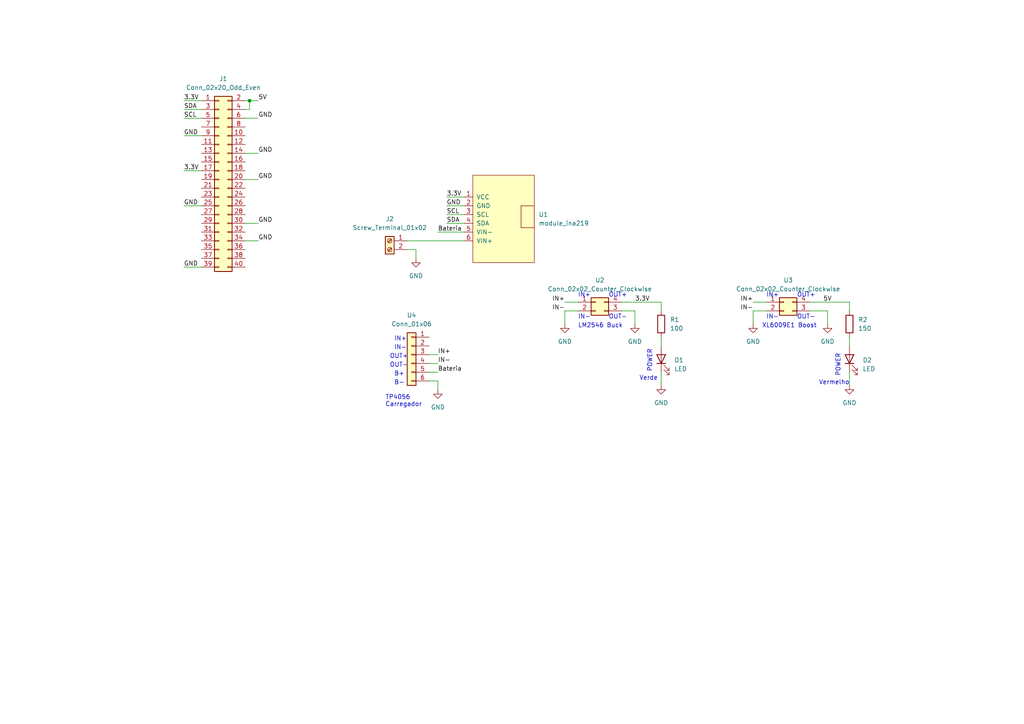
<source format=kicad_sch>
(kicad_sch (version 20211123) (generator eeschema)

  (uuid 32b327b9-1fc5-42cc-8471-5f95e37eebc9)

  (paper "A4")

  (lib_symbols
    (symbol "Connector:Screw_Terminal_01x02" (pin_names (offset 1.016) hide) (in_bom yes) (on_board yes)
      (property "Reference" "J" (id 0) (at 0 2.54 0)
        (effects (font (size 1.27 1.27)))
      )
      (property "Value" "Screw_Terminal_01x02" (id 1) (at 0 -5.08 0)
        (effects (font (size 1.27 1.27)))
      )
      (property "Footprint" "" (id 2) (at 0 0 0)
        (effects (font (size 1.27 1.27)) hide)
      )
      (property "Datasheet" "~" (id 3) (at 0 0 0)
        (effects (font (size 1.27 1.27)) hide)
      )
      (property "ki_keywords" "screw terminal" (id 4) (at 0 0 0)
        (effects (font (size 1.27 1.27)) hide)
      )
      (property "ki_description" "Generic screw terminal, single row, 01x02, script generated (kicad-library-utils/schlib/autogen/connector/)" (id 5) (at 0 0 0)
        (effects (font (size 1.27 1.27)) hide)
      )
      (property "ki_fp_filters" "TerminalBlock*:*" (id 6) (at 0 0 0)
        (effects (font (size 1.27 1.27)) hide)
      )
      (symbol "Screw_Terminal_01x02_1_1"
        (rectangle (start -1.27 1.27) (end 1.27 -3.81)
          (stroke (width 0.254) (type default) (color 0 0 0 0))
          (fill (type background))
        )
        (circle (center 0 -2.54) (radius 0.635)
          (stroke (width 0.1524) (type default) (color 0 0 0 0))
          (fill (type none))
        )
        (polyline
          (pts
            (xy -0.5334 -2.2098)
            (xy 0.3302 -3.048)
          )
          (stroke (width 0.1524) (type default) (color 0 0 0 0))
          (fill (type none))
        )
        (polyline
          (pts
            (xy -0.5334 0.3302)
            (xy 0.3302 -0.508)
          )
          (stroke (width 0.1524) (type default) (color 0 0 0 0))
          (fill (type none))
        )
        (polyline
          (pts
            (xy -0.3556 -2.032)
            (xy 0.508 -2.8702)
          )
          (stroke (width 0.1524) (type default) (color 0 0 0 0))
          (fill (type none))
        )
        (polyline
          (pts
            (xy -0.3556 0.508)
            (xy 0.508 -0.3302)
          )
          (stroke (width 0.1524) (type default) (color 0 0 0 0))
          (fill (type none))
        )
        (circle (center 0 0) (radius 0.635)
          (stroke (width 0.1524) (type default) (color 0 0 0 0))
          (fill (type none))
        )
        (pin passive line (at -5.08 0 0) (length 3.81)
          (name "Pin_1" (effects (font (size 1.27 1.27))))
          (number "1" (effects (font (size 1.27 1.27))))
        )
        (pin passive line (at -5.08 -2.54 0) (length 3.81)
          (name "Pin_2" (effects (font (size 1.27 1.27))))
          (number "2" (effects (font (size 1.27 1.27))))
        )
      )
    )
    (symbol "Connector_Generic:Conn_01x06" (pin_names (offset 1.016) hide) (in_bom yes) (on_board yes)
      (property "Reference" "J" (id 0) (at 0 7.62 0)
        (effects (font (size 1.27 1.27)))
      )
      (property "Value" "Conn_01x06" (id 1) (at 0 -10.16 0)
        (effects (font (size 1.27 1.27)))
      )
      (property "Footprint" "" (id 2) (at 0 0 0)
        (effects (font (size 1.27 1.27)) hide)
      )
      (property "Datasheet" "~" (id 3) (at 0 0 0)
        (effects (font (size 1.27 1.27)) hide)
      )
      (property "ki_keywords" "connector" (id 4) (at 0 0 0)
        (effects (font (size 1.27 1.27)) hide)
      )
      (property "ki_description" "Generic connector, single row, 01x06, script generated (kicad-library-utils/schlib/autogen/connector/)" (id 5) (at 0 0 0)
        (effects (font (size 1.27 1.27)) hide)
      )
      (property "ki_fp_filters" "Connector*:*_1x??_*" (id 6) (at 0 0 0)
        (effects (font (size 1.27 1.27)) hide)
      )
      (symbol "Conn_01x06_1_1"
        (rectangle (start -1.27 -7.493) (end 0 -7.747)
          (stroke (width 0.1524) (type default) (color 0 0 0 0))
          (fill (type none))
        )
        (rectangle (start -1.27 -4.953) (end 0 -5.207)
          (stroke (width 0.1524) (type default) (color 0 0 0 0))
          (fill (type none))
        )
        (rectangle (start -1.27 -2.413) (end 0 -2.667)
          (stroke (width 0.1524) (type default) (color 0 0 0 0))
          (fill (type none))
        )
        (rectangle (start -1.27 0.127) (end 0 -0.127)
          (stroke (width 0.1524) (type default) (color 0 0 0 0))
          (fill (type none))
        )
        (rectangle (start -1.27 2.667) (end 0 2.413)
          (stroke (width 0.1524) (type default) (color 0 0 0 0))
          (fill (type none))
        )
        (rectangle (start -1.27 5.207) (end 0 4.953)
          (stroke (width 0.1524) (type default) (color 0 0 0 0))
          (fill (type none))
        )
        (rectangle (start -1.27 6.35) (end 1.27 -8.89)
          (stroke (width 0.254) (type default) (color 0 0 0 0))
          (fill (type background))
        )
        (pin passive line (at -5.08 5.08 0) (length 3.81)
          (name "Pin_1" (effects (font (size 1.27 1.27))))
          (number "1" (effects (font (size 1.27 1.27))))
        )
        (pin passive line (at -5.08 2.54 0) (length 3.81)
          (name "Pin_2" (effects (font (size 1.27 1.27))))
          (number "2" (effects (font (size 1.27 1.27))))
        )
        (pin passive line (at -5.08 0 0) (length 3.81)
          (name "Pin_3" (effects (font (size 1.27 1.27))))
          (number "3" (effects (font (size 1.27 1.27))))
        )
        (pin passive line (at -5.08 -2.54 0) (length 3.81)
          (name "Pin_4" (effects (font (size 1.27 1.27))))
          (number "4" (effects (font (size 1.27 1.27))))
        )
        (pin passive line (at -5.08 -5.08 0) (length 3.81)
          (name "Pin_5" (effects (font (size 1.27 1.27))))
          (number "5" (effects (font (size 1.27 1.27))))
        )
        (pin passive line (at -5.08 -7.62 0) (length 3.81)
          (name "Pin_6" (effects (font (size 1.27 1.27))))
          (number "6" (effects (font (size 1.27 1.27))))
        )
      )
    )
    (symbol "Connector_Generic:Conn_02x02_Counter_Clockwise" (pin_names (offset 1.016) hide) (in_bom yes) (on_board yes)
      (property "Reference" "J" (id 0) (at 1.27 2.54 0)
        (effects (font (size 1.27 1.27)))
      )
      (property "Value" "Conn_02x02_Counter_Clockwise" (id 1) (at 1.27 -5.08 0)
        (effects (font (size 1.27 1.27)))
      )
      (property "Footprint" "" (id 2) (at 0 0 0)
        (effects (font (size 1.27 1.27)) hide)
      )
      (property "Datasheet" "~" (id 3) (at 0 0 0)
        (effects (font (size 1.27 1.27)) hide)
      )
      (property "ki_keywords" "connector" (id 4) (at 0 0 0)
        (effects (font (size 1.27 1.27)) hide)
      )
      (property "ki_description" "Generic connector, double row, 02x02, counter clockwise pin numbering scheme (similar to DIP packge numbering), script generated (kicad-library-utils/schlib/autogen/connector/)" (id 5) (at 0 0 0)
        (effects (font (size 1.27 1.27)) hide)
      )
      (property "ki_fp_filters" "Connector*:*_2x??_*" (id 6) (at 0 0 0)
        (effects (font (size 1.27 1.27)) hide)
      )
      (symbol "Conn_02x02_Counter_Clockwise_1_1"
        (rectangle (start -1.27 -2.413) (end 0 -2.667)
          (stroke (width 0.1524) (type default) (color 0 0 0 0))
          (fill (type none))
        )
        (rectangle (start -1.27 0.127) (end 0 -0.127)
          (stroke (width 0.1524) (type default) (color 0 0 0 0))
          (fill (type none))
        )
        (rectangle (start -1.27 1.27) (end 3.81 -3.81)
          (stroke (width 0.254) (type default) (color 0 0 0 0))
          (fill (type background))
        )
        (rectangle (start 3.81 -2.413) (end 2.54 -2.667)
          (stroke (width 0.1524) (type default) (color 0 0 0 0))
          (fill (type none))
        )
        (rectangle (start 3.81 0.127) (end 2.54 -0.127)
          (stroke (width 0.1524) (type default) (color 0 0 0 0))
          (fill (type none))
        )
        (pin passive line (at -5.08 0 0) (length 3.81)
          (name "Pin_1" (effects (font (size 1.27 1.27))))
          (number "1" (effects (font (size 1.27 1.27))))
        )
        (pin passive line (at -5.08 -2.54 0) (length 3.81)
          (name "Pin_2" (effects (font (size 1.27 1.27))))
          (number "2" (effects (font (size 1.27 1.27))))
        )
        (pin passive line (at 7.62 -2.54 180) (length 3.81)
          (name "Pin_3" (effects (font (size 1.27 1.27))))
          (number "3" (effects (font (size 1.27 1.27))))
        )
        (pin passive line (at 7.62 0 180) (length 3.81)
          (name "Pin_4" (effects (font (size 1.27 1.27))))
          (number "4" (effects (font (size 1.27 1.27))))
        )
      )
    )
    (symbol "Connector_Generic:Conn_02x20_Odd_Even" (pin_names (offset 1.016) hide) (in_bom yes) (on_board yes)
      (property "Reference" "J" (id 0) (at 1.27 25.4 0)
        (effects (font (size 1.27 1.27)))
      )
      (property "Value" "Conn_02x20_Odd_Even" (id 1) (at 1.27 -27.94 0)
        (effects (font (size 1.27 1.27)))
      )
      (property "Footprint" "" (id 2) (at 0 0 0)
        (effects (font (size 1.27 1.27)) hide)
      )
      (property "Datasheet" "~" (id 3) (at 0 0 0)
        (effects (font (size 1.27 1.27)) hide)
      )
      (property "ki_keywords" "connector" (id 4) (at 0 0 0)
        (effects (font (size 1.27 1.27)) hide)
      )
      (property "ki_description" "Generic connector, double row, 02x20, odd/even pin numbering scheme (row 1 odd numbers, row 2 even numbers), script generated (kicad-library-utils/schlib/autogen/connector/)" (id 5) (at 0 0 0)
        (effects (font (size 1.27 1.27)) hide)
      )
      (property "ki_fp_filters" "Connector*:*_2x??_*" (id 6) (at 0 0 0)
        (effects (font (size 1.27 1.27)) hide)
      )
      (symbol "Conn_02x20_Odd_Even_1_1"
        (rectangle (start -1.27 -25.273) (end 0 -25.527)
          (stroke (width 0.1524) (type default) (color 0 0 0 0))
          (fill (type none))
        )
        (rectangle (start -1.27 -22.733) (end 0 -22.987)
          (stroke (width 0.1524) (type default) (color 0 0 0 0))
          (fill (type none))
        )
        (rectangle (start -1.27 -20.193) (end 0 -20.447)
          (stroke (width 0.1524) (type default) (color 0 0 0 0))
          (fill (type none))
        )
        (rectangle (start -1.27 -17.653) (end 0 -17.907)
          (stroke (width 0.1524) (type default) (color 0 0 0 0))
          (fill (type none))
        )
        (rectangle (start -1.27 -15.113) (end 0 -15.367)
          (stroke (width 0.1524) (type default) (color 0 0 0 0))
          (fill (type none))
        )
        (rectangle (start -1.27 -12.573) (end 0 -12.827)
          (stroke (width 0.1524) (type default) (color 0 0 0 0))
          (fill (type none))
        )
        (rectangle (start -1.27 -10.033) (end 0 -10.287)
          (stroke (width 0.1524) (type default) (color 0 0 0 0))
          (fill (type none))
        )
        (rectangle (start -1.27 -7.493) (end 0 -7.747)
          (stroke (width 0.1524) (type default) (color 0 0 0 0))
          (fill (type none))
        )
        (rectangle (start -1.27 -4.953) (end 0 -5.207)
          (stroke (width 0.1524) (type default) (color 0 0 0 0))
          (fill (type none))
        )
        (rectangle (start -1.27 -2.413) (end 0 -2.667)
          (stroke (width 0.1524) (type default) (color 0 0 0 0))
          (fill (type none))
        )
        (rectangle (start -1.27 0.127) (end 0 -0.127)
          (stroke (width 0.1524) (type default) (color 0 0 0 0))
          (fill (type none))
        )
        (rectangle (start -1.27 2.667) (end 0 2.413)
          (stroke (width 0.1524) (type default) (color 0 0 0 0))
          (fill (type none))
        )
        (rectangle (start -1.27 5.207) (end 0 4.953)
          (stroke (width 0.1524) (type default) (color 0 0 0 0))
          (fill (type none))
        )
        (rectangle (start -1.27 7.747) (end 0 7.493)
          (stroke (width 0.1524) (type default) (color 0 0 0 0))
          (fill (type none))
        )
        (rectangle (start -1.27 10.287) (end 0 10.033)
          (stroke (width 0.1524) (type default) (color 0 0 0 0))
          (fill (type none))
        )
        (rectangle (start -1.27 12.827) (end 0 12.573)
          (stroke (width 0.1524) (type default) (color 0 0 0 0))
          (fill (type none))
        )
        (rectangle (start -1.27 15.367) (end 0 15.113)
          (stroke (width 0.1524) (type default) (color 0 0 0 0))
          (fill (type none))
        )
        (rectangle (start -1.27 17.907) (end 0 17.653)
          (stroke (width 0.1524) (type default) (color 0 0 0 0))
          (fill (type none))
        )
        (rectangle (start -1.27 20.447) (end 0 20.193)
          (stroke (width 0.1524) (type default) (color 0 0 0 0))
          (fill (type none))
        )
        (rectangle (start -1.27 22.987) (end 0 22.733)
          (stroke (width 0.1524) (type default) (color 0 0 0 0))
          (fill (type none))
        )
        (rectangle (start -1.27 24.13) (end 3.81 -26.67)
          (stroke (width 0.254) (type default) (color 0 0 0 0))
          (fill (type background))
        )
        (rectangle (start 3.81 -25.273) (end 2.54 -25.527)
          (stroke (width 0.1524) (type default) (color 0 0 0 0))
          (fill (type none))
        )
        (rectangle (start 3.81 -22.733) (end 2.54 -22.987)
          (stroke (width 0.1524) (type default) (color 0 0 0 0))
          (fill (type none))
        )
        (rectangle (start 3.81 -20.193) (end 2.54 -20.447)
          (stroke (width 0.1524) (type default) (color 0 0 0 0))
          (fill (type none))
        )
        (rectangle (start 3.81 -17.653) (end 2.54 -17.907)
          (stroke (width 0.1524) (type default) (color 0 0 0 0))
          (fill (type none))
        )
        (rectangle (start 3.81 -15.113) (end 2.54 -15.367)
          (stroke (width 0.1524) (type default) (color 0 0 0 0))
          (fill (type none))
        )
        (rectangle (start 3.81 -12.573) (end 2.54 -12.827)
          (stroke (width 0.1524) (type default) (color 0 0 0 0))
          (fill (type none))
        )
        (rectangle (start 3.81 -10.033) (end 2.54 -10.287)
          (stroke (width 0.1524) (type default) (color 0 0 0 0))
          (fill (type none))
        )
        (rectangle (start 3.81 -7.493) (end 2.54 -7.747)
          (stroke (width 0.1524) (type default) (color 0 0 0 0))
          (fill (type none))
        )
        (rectangle (start 3.81 -4.953) (end 2.54 -5.207)
          (stroke (width 0.1524) (type default) (color 0 0 0 0))
          (fill (type none))
        )
        (rectangle (start 3.81 -2.413) (end 2.54 -2.667)
          (stroke (width 0.1524) (type default) (color 0 0 0 0))
          (fill (type none))
        )
        (rectangle (start 3.81 0.127) (end 2.54 -0.127)
          (stroke (width 0.1524) (type default) (color 0 0 0 0))
          (fill (type none))
        )
        (rectangle (start 3.81 2.667) (end 2.54 2.413)
          (stroke (width 0.1524) (type default) (color 0 0 0 0))
          (fill (type none))
        )
        (rectangle (start 3.81 5.207) (end 2.54 4.953)
          (stroke (width 0.1524) (type default) (color 0 0 0 0))
          (fill (type none))
        )
        (rectangle (start 3.81 7.747) (end 2.54 7.493)
          (stroke (width 0.1524) (type default) (color 0 0 0 0))
          (fill (type none))
        )
        (rectangle (start 3.81 10.287) (end 2.54 10.033)
          (stroke (width 0.1524) (type default) (color 0 0 0 0))
          (fill (type none))
        )
        (rectangle (start 3.81 12.827) (end 2.54 12.573)
          (stroke (width 0.1524) (type default) (color 0 0 0 0))
          (fill (type none))
        )
        (rectangle (start 3.81 15.367) (end 2.54 15.113)
          (stroke (width 0.1524) (type default) (color 0 0 0 0))
          (fill (type none))
        )
        (rectangle (start 3.81 17.907) (end 2.54 17.653)
          (stroke (width 0.1524) (type default) (color 0 0 0 0))
          (fill (type none))
        )
        (rectangle (start 3.81 20.447) (end 2.54 20.193)
          (stroke (width 0.1524) (type default) (color 0 0 0 0))
          (fill (type none))
        )
        (rectangle (start 3.81 22.987) (end 2.54 22.733)
          (stroke (width 0.1524) (type default) (color 0 0 0 0))
          (fill (type none))
        )
        (pin passive line (at -5.08 22.86 0) (length 3.81)
          (name "Pin_1" (effects (font (size 1.27 1.27))))
          (number "1" (effects (font (size 1.27 1.27))))
        )
        (pin passive line (at 7.62 12.7 180) (length 3.81)
          (name "Pin_10" (effects (font (size 1.27 1.27))))
          (number "10" (effects (font (size 1.27 1.27))))
        )
        (pin passive line (at -5.08 10.16 0) (length 3.81)
          (name "Pin_11" (effects (font (size 1.27 1.27))))
          (number "11" (effects (font (size 1.27 1.27))))
        )
        (pin passive line (at 7.62 10.16 180) (length 3.81)
          (name "Pin_12" (effects (font (size 1.27 1.27))))
          (number "12" (effects (font (size 1.27 1.27))))
        )
        (pin passive line (at -5.08 7.62 0) (length 3.81)
          (name "Pin_13" (effects (font (size 1.27 1.27))))
          (number "13" (effects (font (size 1.27 1.27))))
        )
        (pin passive line (at 7.62 7.62 180) (length 3.81)
          (name "Pin_14" (effects (font (size 1.27 1.27))))
          (number "14" (effects (font (size 1.27 1.27))))
        )
        (pin passive line (at -5.08 5.08 0) (length 3.81)
          (name "Pin_15" (effects (font (size 1.27 1.27))))
          (number "15" (effects (font (size 1.27 1.27))))
        )
        (pin passive line (at 7.62 5.08 180) (length 3.81)
          (name "Pin_16" (effects (font (size 1.27 1.27))))
          (number "16" (effects (font (size 1.27 1.27))))
        )
        (pin passive line (at -5.08 2.54 0) (length 3.81)
          (name "Pin_17" (effects (font (size 1.27 1.27))))
          (number "17" (effects (font (size 1.27 1.27))))
        )
        (pin passive line (at 7.62 2.54 180) (length 3.81)
          (name "Pin_18" (effects (font (size 1.27 1.27))))
          (number "18" (effects (font (size 1.27 1.27))))
        )
        (pin passive line (at -5.08 0 0) (length 3.81)
          (name "Pin_19" (effects (font (size 1.27 1.27))))
          (number "19" (effects (font (size 1.27 1.27))))
        )
        (pin passive line (at 7.62 22.86 180) (length 3.81)
          (name "Pin_2" (effects (font (size 1.27 1.27))))
          (number "2" (effects (font (size 1.27 1.27))))
        )
        (pin passive line (at 7.62 0 180) (length 3.81)
          (name "Pin_20" (effects (font (size 1.27 1.27))))
          (number "20" (effects (font (size 1.27 1.27))))
        )
        (pin passive line (at -5.08 -2.54 0) (length 3.81)
          (name "Pin_21" (effects (font (size 1.27 1.27))))
          (number "21" (effects (font (size 1.27 1.27))))
        )
        (pin passive line (at 7.62 -2.54 180) (length 3.81)
          (name "Pin_22" (effects (font (size 1.27 1.27))))
          (number "22" (effects (font (size 1.27 1.27))))
        )
        (pin passive line (at -5.08 -5.08 0) (length 3.81)
          (name "Pin_23" (effects (font (size 1.27 1.27))))
          (number "23" (effects (font (size 1.27 1.27))))
        )
        (pin passive line (at 7.62 -5.08 180) (length 3.81)
          (name "Pin_24" (effects (font (size 1.27 1.27))))
          (number "24" (effects (font (size 1.27 1.27))))
        )
        (pin passive line (at -5.08 -7.62 0) (length 3.81)
          (name "Pin_25" (effects (font (size 1.27 1.27))))
          (number "25" (effects (font (size 1.27 1.27))))
        )
        (pin passive line (at 7.62 -7.62 180) (length 3.81)
          (name "Pin_26" (effects (font (size 1.27 1.27))))
          (number "26" (effects (font (size 1.27 1.27))))
        )
        (pin passive line (at -5.08 -10.16 0) (length 3.81)
          (name "Pin_27" (effects (font (size 1.27 1.27))))
          (number "27" (effects (font (size 1.27 1.27))))
        )
        (pin passive line (at 7.62 -10.16 180) (length 3.81)
          (name "Pin_28" (effects (font (size 1.27 1.27))))
          (number "28" (effects (font (size 1.27 1.27))))
        )
        (pin passive line (at -5.08 -12.7 0) (length 3.81)
          (name "Pin_29" (effects (font (size 1.27 1.27))))
          (number "29" (effects (font (size 1.27 1.27))))
        )
        (pin passive line (at -5.08 20.32 0) (length 3.81)
          (name "Pin_3" (effects (font (size 1.27 1.27))))
          (number "3" (effects (font (size 1.27 1.27))))
        )
        (pin passive line (at 7.62 -12.7 180) (length 3.81)
          (name "Pin_30" (effects (font (size 1.27 1.27))))
          (number "30" (effects (font (size 1.27 1.27))))
        )
        (pin passive line (at -5.08 -15.24 0) (length 3.81)
          (name "Pin_31" (effects (font (size 1.27 1.27))))
          (number "31" (effects (font (size 1.27 1.27))))
        )
        (pin passive line (at 7.62 -15.24 180) (length 3.81)
          (name "Pin_32" (effects (font (size 1.27 1.27))))
          (number "32" (effects (font (size 1.27 1.27))))
        )
        (pin passive line (at -5.08 -17.78 0) (length 3.81)
          (name "Pin_33" (effects (font (size 1.27 1.27))))
          (number "33" (effects (font (size 1.27 1.27))))
        )
        (pin passive line (at 7.62 -17.78 180) (length 3.81)
          (name "Pin_34" (effects (font (size 1.27 1.27))))
          (number "34" (effects (font (size 1.27 1.27))))
        )
        (pin passive line (at -5.08 -20.32 0) (length 3.81)
          (name "Pin_35" (effects (font (size 1.27 1.27))))
          (number "35" (effects (font (size 1.27 1.27))))
        )
        (pin passive line (at 7.62 -20.32 180) (length 3.81)
          (name "Pin_36" (effects (font (size 1.27 1.27))))
          (number "36" (effects (font (size 1.27 1.27))))
        )
        (pin passive line (at -5.08 -22.86 0) (length 3.81)
          (name "Pin_37" (effects (font (size 1.27 1.27))))
          (number "37" (effects (font (size 1.27 1.27))))
        )
        (pin passive line (at 7.62 -22.86 180) (length 3.81)
          (name "Pin_38" (effects (font (size 1.27 1.27))))
          (number "38" (effects (font (size 1.27 1.27))))
        )
        (pin passive line (at -5.08 -25.4 0) (length 3.81)
          (name "Pin_39" (effects (font (size 1.27 1.27))))
          (number "39" (effects (font (size 1.27 1.27))))
        )
        (pin passive line (at 7.62 20.32 180) (length 3.81)
          (name "Pin_4" (effects (font (size 1.27 1.27))))
          (number "4" (effects (font (size 1.27 1.27))))
        )
        (pin passive line (at 7.62 -25.4 180) (length 3.81)
          (name "Pin_40" (effects (font (size 1.27 1.27))))
          (number "40" (effects (font (size 1.27 1.27))))
        )
        (pin passive line (at -5.08 17.78 0) (length 3.81)
          (name "Pin_5" (effects (font (size 1.27 1.27))))
          (number "5" (effects (font (size 1.27 1.27))))
        )
        (pin passive line (at 7.62 17.78 180) (length 3.81)
          (name "Pin_6" (effects (font (size 1.27 1.27))))
          (number "6" (effects (font (size 1.27 1.27))))
        )
        (pin passive line (at -5.08 15.24 0) (length 3.81)
          (name "Pin_7" (effects (font (size 1.27 1.27))))
          (number "7" (effects (font (size 1.27 1.27))))
        )
        (pin passive line (at 7.62 15.24 180) (length 3.81)
          (name "Pin_8" (effects (font (size 1.27 1.27))))
          (number "8" (effects (font (size 1.27 1.27))))
        )
        (pin passive line (at -5.08 12.7 0) (length 3.81)
          (name "Pin_9" (effects (font (size 1.27 1.27))))
          (number "9" (effects (font (size 1.27 1.27))))
        )
      )
    )
    (symbol "Device:LED" (pin_numbers hide) (pin_names (offset 1.016) hide) (in_bom yes) (on_board yes)
      (property "Reference" "D" (id 0) (at 0 2.54 0)
        (effects (font (size 1.27 1.27)))
      )
      (property "Value" "LED" (id 1) (at 0 -2.54 0)
        (effects (font (size 1.27 1.27)))
      )
      (property "Footprint" "" (id 2) (at 0 0 0)
        (effects (font (size 1.27 1.27)) hide)
      )
      (property "Datasheet" "~" (id 3) (at 0 0 0)
        (effects (font (size 1.27 1.27)) hide)
      )
      (property "ki_keywords" "LED diode" (id 4) (at 0 0 0)
        (effects (font (size 1.27 1.27)) hide)
      )
      (property "ki_description" "Light emitting diode" (id 5) (at 0 0 0)
        (effects (font (size 1.27 1.27)) hide)
      )
      (property "ki_fp_filters" "LED* LED_SMD:* LED_THT:*" (id 6) (at 0 0 0)
        (effects (font (size 1.27 1.27)) hide)
      )
      (symbol "LED_0_1"
        (polyline
          (pts
            (xy -1.27 -1.27)
            (xy -1.27 1.27)
          )
          (stroke (width 0.254) (type default) (color 0 0 0 0))
          (fill (type none))
        )
        (polyline
          (pts
            (xy -1.27 0)
            (xy 1.27 0)
          )
          (stroke (width 0) (type default) (color 0 0 0 0))
          (fill (type none))
        )
        (polyline
          (pts
            (xy 1.27 -1.27)
            (xy 1.27 1.27)
            (xy -1.27 0)
            (xy 1.27 -1.27)
          )
          (stroke (width 0.254) (type default) (color 0 0 0 0))
          (fill (type none))
        )
        (polyline
          (pts
            (xy -3.048 -0.762)
            (xy -4.572 -2.286)
            (xy -3.81 -2.286)
            (xy -4.572 -2.286)
            (xy -4.572 -1.524)
          )
          (stroke (width 0) (type default) (color 0 0 0 0))
          (fill (type none))
        )
        (polyline
          (pts
            (xy -1.778 -0.762)
            (xy -3.302 -2.286)
            (xy -2.54 -2.286)
            (xy -3.302 -2.286)
            (xy -3.302 -1.524)
          )
          (stroke (width 0) (type default) (color 0 0 0 0))
          (fill (type none))
        )
      )
      (symbol "LED_1_1"
        (pin passive line (at -3.81 0 0) (length 2.54)
          (name "K" (effects (font (size 1.27 1.27))))
          (number "1" (effects (font (size 1.27 1.27))))
        )
        (pin passive line (at 3.81 0 180) (length 2.54)
          (name "A" (effects (font (size 1.27 1.27))))
          (number "2" (effects (font (size 1.27 1.27))))
        )
      )
    )
    (symbol "Device:R" (pin_numbers hide) (pin_names (offset 0)) (in_bom yes) (on_board yes)
      (property "Reference" "R" (id 0) (at 2.032 0 90)
        (effects (font (size 1.27 1.27)))
      )
      (property "Value" "R" (id 1) (at 0 0 90)
        (effects (font (size 1.27 1.27)))
      )
      (property "Footprint" "" (id 2) (at -1.778 0 90)
        (effects (font (size 1.27 1.27)) hide)
      )
      (property "Datasheet" "~" (id 3) (at 0 0 0)
        (effects (font (size 1.27 1.27)) hide)
      )
      (property "ki_keywords" "R res resistor" (id 4) (at 0 0 0)
        (effects (font (size 1.27 1.27)) hide)
      )
      (property "ki_description" "Resistor" (id 5) (at 0 0 0)
        (effects (font (size 1.27 1.27)) hide)
      )
      (property "ki_fp_filters" "R_*" (id 6) (at 0 0 0)
        (effects (font (size 1.27 1.27)) hide)
      )
      (symbol "R_0_1"
        (rectangle (start -1.016 -2.54) (end 1.016 2.54)
          (stroke (width 0.254) (type default) (color 0 0 0 0))
          (fill (type none))
        )
      )
      (symbol "R_1_1"
        (pin passive line (at 0 3.81 270) (length 1.27)
          (name "~" (effects (font (size 1.27 1.27))))
          (number "1" (effects (font (size 1.27 1.27))))
        )
        (pin passive line (at 0 -3.81 90) (length 1.27)
          (name "~" (effects (font (size 1.27 1.27))))
          (number "2" (effects (font (size 1.27 1.27))))
        )
      )
    )
    (symbol "power:GND" (power) (pin_names (offset 0)) (in_bom yes) (on_board yes)
      (property "Reference" "#PWR" (id 0) (at 0 -6.35 0)
        (effects (font (size 1.27 1.27)) hide)
      )
      (property "Value" "GND" (id 1) (at 0 -3.81 0)
        (effects (font (size 1.27 1.27)))
      )
      (property "Footprint" "" (id 2) (at 0 0 0)
        (effects (font (size 1.27 1.27)) hide)
      )
      (property "Datasheet" "" (id 3) (at 0 0 0)
        (effects (font (size 1.27 1.27)) hide)
      )
      (property "ki_keywords" "power-flag" (id 4) (at 0 0 0)
        (effects (font (size 1.27 1.27)) hide)
      )
      (property "ki_description" "Power symbol creates a global label with name \"GND\" , ground" (id 5) (at 0 0 0)
        (effects (font (size 1.27 1.27)) hide)
      )
      (symbol "GND_0_1"
        (polyline
          (pts
            (xy 0 0)
            (xy 0 -1.27)
            (xy 1.27 -1.27)
            (xy 0 -2.54)
            (xy -1.27 -1.27)
            (xy 0 -1.27)
          )
          (stroke (width 0) (type default) (color 0 0 0 0))
          (fill (type none))
        )
      )
      (symbol "GND_1_1"
        (pin power_in line (at 0 0 270) (length 0) hide
          (name "GND" (effects (font (size 1.27 1.27))))
          (number "1" (effects (font (size 1.27 1.27))))
        )
      )
    )
    (symbol "usini_sensors:module_ina219" (pin_names (offset 1.016)) (in_bom yes) (on_board yes)
      (property "Reference" "U" (id 0) (at 2.54 12.7 0)
        (effects (font (size 1.27 1.27)))
      )
      (property "Value" "module_ina219" (id 1) (at 10.16 -15.24 0)
        (effects (font (size 1.27 1.27)))
      )
      (property "Footprint" "usini_sensors:module_ina219" (id 2) (at 12.7 -17.78 0)
        (effects (font (size 1.27 1.27)) hide)
      )
      (property "Datasheet" "" (id 3) (at 0 0 0)
        (effects (font (size 1.27 1.27)) hide)
      )
      (symbol "module_ina219_0_1"
        (rectangle (start 2.54 11.43) (end 20.32 -13.97)
          (stroke (width 0) (type default) (color 0 0 0 0))
          (fill (type background))
        )
        (rectangle (start 20.32 2.54) (end 16.51 -3.81)
          (stroke (width 0) (type default) (color 0 0 0 0))
          (fill (type none))
        )
      )
      (symbol "module_ina219_1_1"
        (pin input line (at 0 5.08 0) (length 2.54)
          (name "VCC" (effects (font (size 1.27 1.27))))
          (number "1" (effects (font (size 1.27 1.27))))
        )
        (pin input line (at 0 2.54 0) (length 2.54)
          (name "GND" (effects (font (size 1.27 1.27))))
          (number "2" (effects (font (size 1.27 1.27))))
        )
        (pin input line (at 0 0 0) (length 2.54)
          (name "SCL" (effects (font (size 1.27 1.27))))
          (number "3" (effects (font (size 1.27 1.27))))
        )
        (pin input line (at 0 -2.54 0) (length 2.54)
          (name "SDA" (effects (font (size 1.27 1.27))))
          (number "4" (effects (font (size 1.27 1.27))))
        )
        (pin input line (at 0 -5.08 0) (length 2.54)
          (name "VIN-" (effects (font (size 1.27 1.27))))
          (number "5" (effects (font (size 1.27 1.27))))
        )
        (pin input line (at 0 -7.62 0) (length 2.54)
          (name "VIN+" (effects (font (size 1.27 1.27))))
          (number "6" (effects (font (size 1.27 1.27))))
        )
      )
    )
  )

  (junction (at 72.39 29.21) (diameter 0) (color 0 0 0 0)
    (uuid c924e237-88b1-4491-b570-022aa6897355)
  )

  (wire (pts (xy 120.65 72.39) (xy 118.11 72.39))
    (stroke (width 0) (type default) (color 0 0 0 0))
    (uuid 006ea9f8-1dee-48ea-b405-ff3d0fe8541a)
  )
  (wire (pts (xy 53.34 34.29) (xy 58.42 34.29))
    (stroke (width 0) (type default) (color 0 0 0 0))
    (uuid 00fb3c17-d84f-465f-bfdf-338f690021ab)
  )
  (wire (pts (xy 129.54 64.77) (xy 134.62 64.77))
    (stroke (width 0) (type default) (color 0 0 0 0))
    (uuid 0526e6bf-ad53-4c9a-a4cf-64458ad9bd9f)
  )
  (wire (pts (xy 218.44 87.63) (xy 222.25 87.63))
    (stroke (width 0) (type default) (color 0 0 0 0))
    (uuid 0bf68561-cfcb-4767-83ee-2848261bd3fe)
  )
  (wire (pts (xy 191.77 107.95) (xy 191.77 111.76))
    (stroke (width 0) (type default) (color 0 0 0 0))
    (uuid 12754576-2b35-4df6-b6fe-60b003eaaf65)
  )
  (wire (pts (xy 127 67.31) (xy 134.62 67.31))
    (stroke (width 0) (type default) (color 0 0 0 0))
    (uuid 14dee448-bbcf-4d86-95ed-44aff2055a00)
  )
  (wire (pts (xy 163.83 93.98) (xy 163.83 90.17))
    (stroke (width 0) (type default) (color 0 0 0 0))
    (uuid 1e093b83-de97-4c36-9f73-618b03fc4b9b)
  )
  (wire (pts (xy 124.46 102.87) (xy 127 102.87))
    (stroke (width 0) (type default) (color 0 0 0 0))
    (uuid 2e509f43-75ca-466f-81c0-d3471b6db16c)
  )
  (wire (pts (xy 53.34 59.69) (xy 58.42 59.69))
    (stroke (width 0) (type default) (color 0 0 0 0))
    (uuid 2f1eefb4-fd33-445c-839d-51ce8ee62a88)
  )
  (wire (pts (xy 53.34 39.37) (xy 58.42 39.37))
    (stroke (width 0) (type default) (color 0 0 0 0))
    (uuid 37c89191-8cc6-455c-ae68-1719f9e9bbe6)
  )
  (wire (pts (xy 71.12 44.45) (xy 74.93 44.45))
    (stroke (width 0) (type default) (color 0 0 0 0))
    (uuid 37d19cfa-8118-4205-b670-986cf942fea9)
  )
  (wire (pts (xy 184.15 93.98) (xy 184.15 90.17))
    (stroke (width 0) (type default) (color 0 0 0 0))
    (uuid 43560848-c6d0-4387-82e1-3f0f1d3d3eb1)
  )
  (wire (pts (xy 124.46 105.41) (xy 127 105.41))
    (stroke (width 0) (type default) (color 0 0 0 0))
    (uuid 4b8c01c0-f6ce-4d8d-a40f-257009315f9e)
  )
  (wire (pts (xy 71.12 69.85) (xy 74.93 69.85))
    (stroke (width 0) (type default) (color 0 0 0 0))
    (uuid 51116b73-a8ce-4d2a-962c-c3fa9c407932)
  )
  (wire (pts (xy 118.11 69.85) (xy 134.62 69.85))
    (stroke (width 0) (type default) (color 0 0 0 0))
    (uuid 5a8e7bec-eafa-4926-b74c-ce86762e1ffd)
  )
  (wire (pts (xy 218.44 90.17) (xy 222.25 90.17))
    (stroke (width 0) (type default) (color 0 0 0 0))
    (uuid 607ccd04-3056-4c87-bf75-bfba2795ef75)
  )
  (wire (pts (xy 129.54 59.69) (xy 134.62 59.69))
    (stroke (width 0) (type default) (color 0 0 0 0))
    (uuid 62b08dd0-12d8-40ca-94cc-414dda81faa2)
  )
  (wire (pts (xy 240.03 90.17) (xy 234.95 90.17))
    (stroke (width 0) (type default) (color 0 0 0 0))
    (uuid 6d7276aa-e6c2-4a94-8c82-319ec332c971)
  )
  (wire (pts (xy 180.34 87.63) (xy 191.77 87.63))
    (stroke (width 0) (type default) (color 0 0 0 0))
    (uuid 6ff1a61d-3d3b-40e6-a147-2d28940817c3)
  )
  (wire (pts (xy 129.54 57.15) (xy 134.62 57.15))
    (stroke (width 0) (type default) (color 0 0 0 0))
    (uuid 84477b4a-6895-44b0-b005-bbc6eac9ba92)
  )
  (wire (pts (xy 127 110.49) (xy 124.46 110.49))
    (stroke (width 0) (type default) (color 0 0 0 0))
    (uuid 85d6b6bf-3c39-433d-bced-fa4c93ced00f)
  )
  (wire (pts (xy 71.12 64.77) (xy 74.93 64.77))
    (stroke (width 0) (type default) (color 0 0 0 0))
    (uuid 885dc831-b62a-49ae-8652-1646ebe5b67c)
  )
  (wire (pts (xy 240.03 93.98) (xy 240.03 90.17))
    (stroke (width 0) (type default) (color 0 0 0 0))
    (uuid 9263e112-0662-4564-b5bd-b4bd2b15e110)
  )
  (wire (pts (xy 71.12 31.75) (xy 72.39 31.75))
    (stroke (width 0) (type default) (color 0 0 0 0))
    (uuid 99d95c63-59ee-49a1-a62f-bd40a88fa556)
  )
  (wire (pts (xy 191.77 87.63) (xy 191.77 90.17))
    (stroke (width 0) (type default) (color 0 0 0 0))
    (uuid 9e55e160-7cdf-4b22-8cab-5267a25389e0)
  )
  (wire (pts (xy 218.44 93.98) (xy 218.44 90.17))
    (stroke (width 0) (type default) (color 0 0 0 0))
    (uuid 9f92b90c-ac31-4175-9386-dbda9dd075ec)
  )
  (wire (pts (xy 124.46 107.95) (xy 127 107.95))
    (stroke (width 0) (type default) (color 0 0 0 0))
    (uuid a036414e-60be-4bab-ab91-233ac6ff6298)
  )
  (wire (pts (xy 127 113.03) (xy 127 110.49))
    (stroke (width 0) (type default) (color 0 0 0 0))
    (uuid a82515fa-d4b7-41dc-a7cd-3138248e91d7)
  )
  (wire (pts (xy 163.83 87.63) (xy 167.64 87.63))
    (stroke (width 0) (type default) (color 0 0 0 0))
    (uuid aede7646-a168-4266-8de2-f45747d294e0)
  )
  (wire (pts (xy 163.83 90.17) (xy 167.64 90.17))
    (stroke (width 0) (type default) (color 0 0 0 0))
    (uuid b0c5f99e-89a5-4311-ace9-485192cfdac7)
  )
  (wire (pts (xy 72.39 29.21) (xy 74.93 29.21))
    (stroke (width 0) (type default) (color 0 0 0 0))
    (uuid b1b20298-df2f-4e24-a0ae-b112bab829e3)
  )
  (wire (pts (xy 53.34 77.47) (xy 58.42 77.47))
    (stroke (width 0) (type default) (color 0 0 0 0))
    (uuid b8c6c037-8d29-413d-b36e-be48ab7c9cff)
  )
  (wire (pts (xy 71.12 29.21) (xy 72.39 29.21))
    (stroke (width 0) (type default) (color 0 0 0 0))
    (uuid bec1394d-9af6-4bf4-ac0f-5f5b8156ad1f)
  )
  (wire (pts (xy 246.38 87.63) (xy 246.38 90.17))
    (stroke (width 0) (type default) (color 0 0 0 0))
    (uuid c24a265e-9491-40e9-8a75-b240c9749727)
  )
  (wire (pts (xy 234.95 87.63) (xy 246.38 87.63))
    (stroke (width 0) (type default) (color 0 0 0 0))
    (uuid c477a2b2-9599-480f-94c1-74502b687040)
  )
  (wire (pts (xy 71.12 34.29) (xy 74.93 34.29))
    (stroke (width 0) (type default) (color 0 0 0 0))
    (uuid c8972978-86c7-4989-9508-bf150abe6923)
  )
  (wire (pts (xy 129.54 62.23) (xy 134.62 62.23))
    (stroke (width 0) (type default) (color 0 0 0 0))
    (uuid ca62c357-64da-41f8-a2e3-7dcd3ed04073)
  )
  (wire (pts (xy 184.15 90.17) (xy 180.34 90.17))
    (stroke (width 0) (type default) (color 0 0 0 0))
    (uuid d0cda860-c376-41ee-809a-bad5add200c2)
  )
  (wire (pts (xy 53.34 31.75) (xy 58.42 31.75))
    (stroke (width 0) (type default) (color 0 0 0 0))
    (uuid d135a74c-2956-4359-9e73-bed7deb5404f)
  )
  (wire (pts (xy 246.38 107.95) (xy 246.38 111.76))
    (stroke (width 0) (type default) (color 0 0 0 0))
    (uuid e7b691e7-f1b0-4f18-8e5c-82bc981a59f3)
  )
  (wire (pts (xy 191.77 97.79) (xy 191.77 100.33))
    (stroke (width 0) (type default) (color 0 0 0 0))
    (uuid ec78faf7-e88e-4495-aca3-40e5bedc616a)
  )
  (wire (pts (xy 120.65 74.93) (xy 120.65 72.39))
    (stroke (width 0) (type default) (color 0 0 0 0))
    (uuid edb4a139-14a1-43d3-ba48-9bc185bff49c)
  )
  (wire (pts (xy 53.34 29.21) (xy 58.42 29.21))
    (stroke (width 0) (type default) (color 0 0 0 0))
    (uuid eec358a1-42d9-4be1-92a3-21f08b1f0d80)
  )
  (wire (pts (xy 72.39 31.75) (xy 72.39 29.21))
    (stroke (width 0) (type default) (color 0 0 0 0))
    (uuid eef6efaf-1277-49df-abe1-0dbea429812d)
  )
  (wire (pts (xy 246.38 97.79) (xy 246.38 100.33))
    (stroke (width 0) (type default) (color 0 0 0 0))
    (uuid f06d2948-6cc0-4b7d-9034-0a1093c44882)
  )
  (wire (pts (xy 71.12 52.07) (xy 74.93 52.07))
    (stroke (width 0) (type default) (color 0 0 0 0))
    (uuid f47a97fe-76a9-4032-8532-9c588c18bf96)
  )
  (wire (pts (xy 53.34 49.53) (xy 58.42 49.53))
    (stroke (width 0) (type default) (color 0 0 0 0))
    (uuid fca9b790-7573-4421-bf5a-cc18cbb8d2e6)
  )

  (text "Verde" (at 185.42 110.49 0)
    (effects (font (size 1.27 1.27)) (justify left bottom))
    (uuid 0b6d3d05-2e86-4470-867f-83c167ed00cb)
  )
  (text "Vermelho" (at 237.49 111.76 0)
    (effects (font (size 1.27 1.27)) (justify left bottom))
    (uuid 0ff55146-54fb-44e4-af67-4cf36546e927)
  )
  (text "B-" (at 114.3 111.76 0)
    (effects (font (size 1.27 1.27)) (justify left bottom))
    (uuid 1b33a462-a552-449b-8464-94c3d8e039ef)
  )
  (text "OUT+" (at 176.53 86.36 0)
    (effects (font (size 1.27 1.27)) (justify left bottom))
    (uuid 24074c43-8ea6-4431-b676-0fb5851877d3)
  )
  (text "LM2546 Buck" (at 167.64 95.25 0)
    (effects (font (size 1.27 1.27)) (justify left bottom))
    (uuid 324aba56-86a5-44a7-a3b3-5cbb47186256)
  )
  (text "POWER" (at 243.84 109.22 90)
    (effects (font (size 1.27 1.27)) (justify left bottom))
    (uuid 3cc6c9e3-167a-4d81-9aeb-9b51a5cea75e)
  )
  (text "XL6009E1 Boost" (at 220.98 95.25 0)
    (effects (font (size 1.27 1.27)) (justify left bottom))
    (uuid 624c3bb5-3e44-4ccb-88c3-5f070aa0abd1)
  )
  (text "IN-" (at 114.3 101.6 0)
    (effects (font (size 1.27 1.27)) (justify left bottom))
    (uuid 78a3ef39-ab2b-4ce8-a7cf-4e7333012bda)
  )
  (text "IN-" (at 167.64 92.71 0)
    (effects (font (size 1.27 1.27)) (justify left bottom))
    (uuid 8872b77a-595e-4bcd-9089-78f4d421135f)
  )
  (text "OUT-" (at 231.14 92.71 0)
    (effects (font (size 1.27 1.27)) (justify left bottom))
    (uuid 8ada2107-55f1-4715-97ee-7d0622666246)
  )
  (text "IN+" (at 222.25 86.36 0)
    (effects (font (size 1.27 1.27)) (justify left bottom))
    (uuid 8b943bd9-2b54-438d-ac5f-5eeaa5c31934)
  )
  (text "OUT+" (at 113.03 104.14 0)
    (effects (font (size 1.27 1.27)) (justify left bottom))
    (uuid 8dd44bad-3c3f-45d2-bd73-75869fd881cc)
  )
  (text "IN+" (at 167.64 86.36 0)
    (effects (font (size 1.27 1.27)) (justify left bottom))
    (uuid a3ec0940-ee02-4a13-9e43-6a47687bc15d)
  )
  (text "B+" (at 114.3 109.22 0)
    (effects (font (size 1.27 1.27)) (justify left bottom))
    (uuid a65da8bd-aa03-4ce0-86a4-542efc0c3b18)
  )
  (text "OUT+" (at 231.14 86.36 0)
    (effects (font (size 1.27 1.27)) (justify left bottom))
    (uuid af96259e-bb84-496b-a424-5fb97b71c29e)
  )
  (text "IN-" (at 222.25 92.71 0)
    (effects (font (size 1.27 1.27)) (justify left bottom))
    (uuid b2f24c65-0e6f-46e2-ae10-d45bd0757f24)
  )
  (text "OUT-" (at 176.53 92.71 0)
    (effects (font (size 1.27 1.27)) (justify left bottom))
    (uuid bc1ec1a1-0366-4c55-8815-ba752c8f5513)
  )
  (text "TP4056\nCarregador" (at 111.76 118.11 0)
    (effects (font (size 1.27 1.27)) (justify left bottom))
    (uuid d2c16aab-3c66-4267-9d33-175cadbcc73e)
  )
  (text "POWER" (at 189.23 107.95 90)
    (effects (font (size 1.27 1.27)) (justify left bottom))
    (uuid d97688e5-0374-4201-a4f6-359902c02db2)
  )
  (text "IN+" (at 114.3 99.06 0)
    (effects (font (size 1.27 1.27)) (justify left bottom))
    (uuid e4334d12-02a5-46c6-8a66-268529e97020)
  )
  (text "OUT-" (at 113.03 106.68 0)
    (effects (font (size 1.27 1.27)) (justify left bottom))
    (uuid f62bc56b-6760-453b-af1e-131a4aa08e5b)
  )

  (label "5V" (at 238.76 87.63 0)
    (effects (font (size 1.27 1.27)) (justify left bottom))
    (uuid 028e835d-3cfe-4282-9340-ae7a6adbd6b0)
  )
  (label "5V" (at 74.93 29.21 0)
    (effects (font (size 1.27 1.27)) (justify left bottom))
    (uuid 04c5e133-0e80-4e3d-b55b-da4fc96a1fe9)
  )
  (label "SCL" (at 53.34 34.29 0)
    (effects (font (size 1.27 1.27)) (justify left bottom))
    (uuid 089fe618-ae8e-4f70-9358-be69e11a384f)
  )
  (label "GND" (at 74.93 69.85 0)
    (effects (font (size 1.27 1.27)) (justify left bottom))
    (uuid 1acec4b8-be72-4a6f-ad1f-e11bf15ea423)
  )
  (label "3.3V" (at 184.15 87.63 0)
    (effects (font (size 1.27 1.27)) (justify left bottom))
    (uuid 1ff106cb-083d-411f-bf0a-9c8273934ca1)
  )
  (label "SDA" (at 53.34 31.75 0)
    (effects (font (size 1.27 1.27)) (justify left bottom))
    (uuid 2010bcbb-1d24-4550-86d2-293adc90f8a3)
  )
  (label "IN-" (at 218.44 90.17 180)
    (effects (font (size 1.27 1.27)) (justify right bottom))
    (uuid 245d9102-4fa7-4154-83bb-63ac69067c43)
  )
  (label "GND" (at 74.93 64.77 0)
    (effects (font (size 1.27 1.27)) (justify left bottom))
    (uuid 2dcc9c81-2dfb-452d-b71b-43c7af9a1110)
  )
  (label "Bateria" (at 127 107.95 0)
    (effects (font (size 1.27 1.27)) (justify left bottom))
    (uuid 35564493-3256-4e45-882b-dd830674c5a1)
  )
  (label "GND" (at 53.34 77.47 0)
    (effects (font (size 1.27 1.27)) (justify left bottom))
    (uuid 4f59caa7-09e5-4f66-83b8-a082ee4c92aa)
  )
  (label "GND" (at 53.34 39.37 0)
    (effects (font (size 1.27 1.27)) (justify left bottom))
    (uuid 533fc76a-b27a-4c3b-bdd8-0e08892fab63)
  )
  (label "GND" (at 74.93 34.29 0)
    (effects (font (size 1.27 1.27)) (justify left bottom))
    (uuid 5595cebc-2d59-44ca-aa0a-31cc56eca37f)
  )
  (label "GND" (at 53.34 59.69 0)
    (effects (font (size 1.27 1.27)) (justify left bottom))
    (uuid 55e23af9-6c87-4a71-88da-324888819cee)
  )
  (label "3.3V" (at 129.54 57.15 0)
    (effects (font (size 1.27 1.27)) (justify left bottom))
    (uuid 7241cf99-f69c-4591-ae40-94a4dd83f474)
  )
  (label "IN-" (at 127 105.41 0)
    (effects (font (size 1.27 1.27)) (justify left bottom))
    (uuid 74787f04-629e-42ad-b053-de95f9d15faa)
  )
  (label "IN-" (at 163.83 90.17 180)
    (effects (font (size 1.27 1.27)) (justify right bottom))
    (uuid 7850f5cc-87d5-4ab7-a641-37c8d40f8f8b)
  )
  (label "SDA" (at 129.54 64.77 0)
    (effects (font (size 1.27 1.27)) (justify left bottom))
    (uuid a5540ba2-7b2f-4922-9c81-1240ddb3c37b)
  )
  (label "3.3V" (at 53.34 29.21 0)
    (effects (font (size 1.27 1.27)) (justify left bottom))
    (uuid a7186cd3-7aae-4409-83a9-95fd246cfefb)
  )
  (label "IN+" (at 127 102.87 0)
    (effects (font (size 1.27 1.27)) (justify left bottom))
    (uuid b9d733c4-ed1b-4272-9d0b-3e4dc4c8decd)
  )
  (label "Bateria" (at 127 67.31 0)
    (effects (font (size 1.27 1.27)) (justify left bottom))
    (uuid cfca94cb-96f4-4ffb-bbcf-e2bd02cf7475)
  )
  (label "IN+" (at 163.83 87.63 180)
    (effects (font (size 1.27 1.27)) (justify right bottom))
    (uuid d144cbc2-5970-4813-9644-f80f95646cd6)
  )
  (label "IN+" (at 218.44 87.63 180)
    (effects (font (size 1.27 1.27)) (justify right bottom))
    (uuid da61232b-465c-4fea-a4b5-c07e3f85cf95)
  )
  (label "GND" (at 74.93 44.45 0)
    (effects (font (size 1.27 1.27)) (justify left bottom))
    (uuid dd37fffd-9fc1-4ad4-a0ff-8205cc63ad02)
  )
  (label "3.3V" (at 53.34 49.53 0)
    (effects (font (size 1.27 1.27)) (justify left bottom))
    (uuid e0260b0c-def3-4546-82aa-21980e5bf0a5)
  )
  (label "SCL" (at 129.54 62.23 0)
    (effects (font (size 1.27 1.27)) (justify left bottom))
    (uuid e8f9d0ef-972f-41bd-a30f-fcf847854355)
  )
  (label "GND" (at 74.93 52.07 0)
    (effects (font (size 1.27 1.27)) (justify left bottom))
    (uuid ecf56195-b6d0-4850-bfa6-dbcb7c756850)
  )
  (label "GND" (at 129.54 59.69 0)
    (effects (font (size 1.27 1.27)) (justify left bottom))
    (uuid f18409da-c74a-4ab9-87c2-e2657d3ce477)
  )

  (symbol (lib_id "Device:R") (at 191.77 93.98 0) (unit 1)
    (in_bom yes) (on_board yes) (fields_autoplaced)
    (uuid 212f007e-f1ee-4337-88ad-3f6ffdb22ece)
    (property "Reference" "R1" (id 0) (at 194.31 92.7099 0)
      (effects (font (size 1.27 1.27)) (justify left))
    )
    (property "Value" "100" (id 1) (at 194.31 95.2499 0)
      (effects (font (size 1.27 1.27)) (justify left))
    )
    (property "Footprint" "Resistor_THT:R_Axial_DIN0204_L3.6mm_D1.6mm_P7.62mm_Horizontal" (id 2) (at 189.992 93.98 90)
      (effects (font (size 1.27 1.27)) hide)
    )
    (property "Datasheet" "~" (id 3) (at 191.77 93.98 0)
      (effects (font (size 1.27 1.27)) hide)
    )
    (pin "1" (uuid 8ba52408-935e-4e5c-b4f7-6517e370151d))
    (pin "2" (uuid 0a80692a-2f62-4912-8572-ee9cd1ec3faf))
  )

  (symbol (lib_id "power:GND") (at 218.44 93.98 0) (unit 1)
    (in_bom yes) (on_board yes) (fields_autoplaced)
    (uuid 3c436861-de58-482f-b0d7-d7abcc6b1392)
    (property "Reference" "#PWR07" (id 0) (at 218.44 100.33 0)
      (effects (font (size 1.27 1.27)) hide)
    )
    (property "Value" "GND" (id 1) (at 218.44 99.06 0))
    (property "Footprint" "" (id 2) (at 218.44 93.98 0)
      (effects (font (size 1.27 1.27)) hide)
    )
    (property "Datasheet" "" (id 3) (at 218.44 93.98 0)
      (effects (font (size 1.27 1.27)) hide)
    )
    (pin "1" (uuid cf07768f-3bd9-4fad-86c8-3d589f5593d4))
  )

  (symbol (lib_id "power:GND") (at 240.03 93.98 0) (unit 1)
    (in_bom yes) (on_board yes) (fields_autoplaced)
    (uuid 420f3df9-f7ed-4891-bb17-ce74eefca589)
    (property "Reference" "#PWR08" (id 0) (at 240.03 100.33 0)
      (effects (font (size 1.27 1.27)) hide)
    )
    (property "Value" "GND" (id 1) (at 240.03 99.06 0))
    (property "Footprint" "" (id 2) (at 240.03 93.98 0)
      (effects (font (size 1.27 1.27)) hide)
    )
    (property "Datasheet" "" (id 3) (at 240.03 93.98 0)
      (effects (font (size 1.27 1.27)) hide)
    )
    (pin "1" (uuid 6f3aa413-d902-4a90-8ce7-d2cd0b91d0bd))
  )

  (symbol (lib_id "Connector_Generic:Conn_02x02_Counter_Clockwise") (at 227.33 87.63 0) (unit 1)
    (in_bom yes) (on_board yes) (fields_autoplaced)
    (uuid 52e49a0f-657e-4c8f-a38b-c8962168a0df)
    (property "Reference" "U3" (id 0) (at 228.6 81.28 0))
    (property "Value" "Conn_02x02_Counter_Clockwise" (id 1) (at 228.6 83.82 0))
    (property "Footprint" "Guilherme:XL6009-Module" (id 2) (at 227.33 87.63 0)
      (effects (font (size 1.27 1.27)) hide)
    )
    (property "Datasheet" "~" (id 3) (at 227.33 87.63 0)
      (effects (font (size 1.27 1.27)) hide)
    )
    (pin "1" (uuid 2e225cbd-5f96-4ea0-bd09-ffd70b290d34))
    (pin "2" (uuid af508636-7abc-451d-947e-29b15a151149))
    (pin "3" (uuid eb32ec52-01c2-48af-8ca2-5de0db5d1f92))
    (pin "4" (uuid fee383c5-bff6-487a-95a9-9096c0be147a))
  )

  (symbol (lib_id "Connector:Screw_Terminal_01x02") (at 113.03 69.85 0) (mirror y) (unit 1)
    (in_bom yes) (on_board yes) (fields_autoplaced)
    (uuid 556635d4-7868-4a0b-adcd-6d5443118a93)
    (property "Reference" "J2" (id 0) (at 113.03 63.5 0))
    (property "Value" "Screw_Terminal_01x02" (id 1) (at 113.03 66.04 0))
    (property "Footprint" "TerminalBlock_4Ucon:TerminalBlock_4Ucon_1x02_P3.50mm_Horizontal" (id 2) (at 113.03 69.85 0)
      (effects (font (size 1.27 1.27)) hide)
    )
    (property "Datasheet" "~" (id 3) (at 113.03 69.85 0)
      (effects (font (size 1.27 1.27)) hide)
    )
    (pin "1" (uuid df1f38e4-a422-440d-bfa5-b6c606da75ce))
    (pin "2" (uuid 217a8992-de05-4f53-bb81-8a7f2d79657b))
  )

  (symbol (lib_id "Connector_Generic:Conn_02x20_Odd_Even") (at 63.5 52.07 0) (unit 1)
    (in_bom yes) (on_board yes) (fields_autoplaced)
    (uuid 5773a770-444f-4e38-bdee-85b33e535ac9)
    (property "Reference" "J1" (id 0) (at 64.77 22.86 0))
    (property "Value" "Conn_02x20_Odd_Even" (id 1) (at 64.77 25.4 0))
    (property "Footprint" "Guilherme:OBSAT-Board" (id 2) (at 63.5 52.07 0)
      (effects (font (size 1.27 1.27)) hide)
    )
    (property "Datasheet" "~" (id 3) (at 63.5 52.07 0)
      (effects (font (size 1.27 1.27)) hide)
    )
    (pin "1" (uuid be400b0b-279b-457f-8a74-7f9d01b2d95f))
    (pin "10" (uuid 1eb5a96a-5085-47c2-9b42-9905b4636513))
    (pin "11" (uuid 65d237e3-4870-4508-87ab-4e02b8730df3))
    (pin "12" (uuid 343d6886-5e88-47d4-a2a3-e9d3a9b1e15c))
    (pin "13" (uuid a0ffb58f-d168-48ca-a73c-23e2a145c277))
    (pin "14" (uuid 1b6b47d7-ed2d-48b7-b3de-dfb05e2812c2))
    (pin "15" (uuid 5407a0bb-0845-4c2e-8da6-9c137e1a533a))
    (pin "16" (uuid 2a777173-b159-45fa-b463-97537738cb4e))
    (pin "17" (uuid 65fbe7f1-c9b0-4409-8f96-fa66d2c3c232))
    (pin "18" (uuid bab89a1e-c951-4064-9489-c0ca2d1829af))
    (pin "19" (uuid 805ab5dd-0c50-4be7-ad8b-2a005367f253))
    (pin "2" (uuid 6a05313c-e7ea-458a-863a-4eec6d54a37a))
    (pin "20" (uuid fc34c899-0be3-43ee-9577-500afae58c6e))
    (pin "21" (uuid 23ddd17f-b362-4c2d-b040-e60386443e3c))
    (pin "22" (uuid 7231bf51-f0b9-4c1e-8818-d43e6cc05fc3))
    (pin "23" (uuid ef56f4f2-d370-42fb-b212-983442745aa5))
    (pin "24" (uuid 20b0b275-fdfc-4ee1-af01-a50dcec069a4))
    (pin "25" (uuid 67000a4d-7442-468e-a6ce-777965d248af))
    (pin "26" (uuid b1db6d84-cc17-40e9-b335-853e1381e952))
    (pin "27" (uuid 9e0e7288-c434-46cc-a049-79e50f4e4bef))
    (pin "28" (uuid c862c577-1d5c-407f-9cef-7e3564abd796))
    (pin "29" (uuid 2ffb9fc3-d204-4f5b-8892-abd9ef1f1556))
    (pin "3" (uuid e33cb0cb-a069-4487-ba6f-c36a4fbdd8fd))
    (pin "30" (uuid 6035b921-d486-40f8-825b-fb87f29d7141))
    (pin "31" (uuid 51d9d7c9-3869-45c6-ad22-7f5f9e521737))
    (pin "32" (uuid 0751cff9-1852-45d1-9121-04370b310e9e))
    (pin "33" (uuid becc2df7-fa90-4028-9395-a25a633ccf82))
    (pin "34" (uuid 799733bf-9db1-4b31-8cfb-a38a931f6a29))
    (pin "35" (uuid c7535a21-94a5-43ad-ae62-7355f81a7050))
    (pin "36" (uuid 215d1473-196a-4283-a832-2e13803ba1cb))
    (pin "37" (uuid 13ecebda-e7ed-4f19-837f-76565f347de6))
    (pin "38" (uuid b5825f41-cf69-493c-9656-b63297164401))
    (pin "39" (uuid b5eaa922-8f1d-4eb8-87a4-f0425d4e5fd9))
    (pin "4" (uuid 363d9abe-1ac0-4dff-adc8-cb825fb3856a))
    (pin "40" (uuid 97ebb7db-7747-4174-9c57-4ad678b83668))
    (pin "5" (uuid fb4f108f-f1e0-4169-bb2f-0ab50028b7c9))
    (pin "6" (uuid c0cde654-b85a-4860-8bc6-a60eec589aaa))
    (pin "7" (uuid b5e27834-e2cf-4b10-a7f2-d646632beae1))
    (pin "8" (uuid 85b2fb51-43a6-44cc-9583-7863df77b1fa))
    (pin "9" (uuid f7087a53-2a49-4064-a468-45682471f293))
  )

  (symbol (lib_id "power:GND") (at 246.38 111.76 0) (unit 1)
    (in_bom yes) (on_board yes) (fields_autoplaced)
    (uuid 5a219dc1-1d67-4b99-b6a2-5de183f49fbc)
    (property "Reference" "#PWR02" (id 0) (at 246.38 118.11 0)
      (effects (font (size 1.27 1.27)) hide)
    )
    (property "Value" "GND" (id 1) (at 246.38 116.84 0))
    (property "Footprint" "" (id 2) (at 246.38 111.76 0)
      (effects (font (size 1.27 1.27)) hide)
    )
    (property "Datasheet" "" (id 3) (at 246.38 111.76 0)
      (effects (font (size 1.27 1.27)) hide)
    )
    (pin "1" (uuid f9e3f7a9-79d0-4fe3-a647-a0021e1de58d))
  )

  (symbol (lib_id "Device:LED") (at 191.77 104.14 90) (unit 1)
    (in_bom yes) (on_board yes) (fields_autoplaced)
    (uuid 9d388f70-5a81-4e0b-ad16-1424632c475c)
    (property "Reference" "D1" (id 0) (at 195.58 104.4574 90)
      (effects (font (size 1.27 1.27)) (justify right))
    )
    (property "Value" "LED" (id 1) (at 195.58 106.9974 90)
      (effects (font (size 1.27 1.27)) (justify right))
    )
    (property "Footprint" "LED_THT:LED_D5.0mm" (id 2) (at 191.77 104.14 0)
      (effects (font (size 1.27 1.27)) hide)
    )
    (property "Datasheet" "~" (id 3) (at 191.77 104.14 0)
      (effects (font (size 1.27 1.27)) hide)
    )
    (pin "1" (uuid 4d232ec1-cbfa-4240-85ac-9d15d406e913))
    (pin "2" (uuid ec699709-ee24-4681-9fcb-ef9d5f52eb43))
  )

  (symbol (lib_id "Connector_Generic:Conn_01x06") (at 119.38 102.87 0) (mirror y) (unit 1)
    (in_bom yes) (on_board yes) (fields_autoplaced)
    (uuid a0e23419-57d0-4dbd-afb6-f2bfd98c152a)
    (property "Reference" "U4" (id 0) (at 119.38 91.44 0))
    (property "Value" "Conn_01x06" (id 1) (at 119.38 93.98 0))
    (property "Footprint" "Guilherme:TP4056-Module" (id 2) (at 119.38 102.87 0)
      (effects (font (size 1.27 1.27)) hide)
    )
    (property "Datasheet" "~" (id 3) (at 119.38 102.87 0)
      (effects (font (size 1.27 1.27)) hide)
    )
    (pin "1" (uuid da463fd6-f496-4543-8da6-f97873035e42))
    (pin "2" (uuid c7fd1863-6ec8-47fe-964b-1e51fa16ea8c))
    (pin "3" (uuid 23094eac-7573-4ccf-b811-847a6cbe3128))
    (pin "4" (uuid a287f349-d94a-4c6e-9451-f34b75064092))
    (pin "5" (uuid c9003940-3e0c-443e-9b0d-55144bdd0c81))
    (pin "6" (uuid 0c0d094e-0af3-413b-9ebc-bd6158dce3a0))
  )

  (symbol (lib_id "power:GND") (at 163.83 93.98 0) (unit 1)
    (in_bom yes) (on_board yes) (fields_autoplaced)
    (uuid a7721be6-d5fa-4c7d-bb31-af843621ec21)
    (property "Reference" "#PWR05" (id 0) (at 163.83 100.33 0)
      (effects (font (size 1.27 1.27)) hide)
    )
    (property "Value" "GND" (id 1) (at 163.83 99.06 0))
    (property "Footprint" "" (id 2) (at 163.83 93.98 0)
      (effects (font (size 1.27 1.27)) hide)
    )
    (property "Datasheet" "" (id 3) (at 163.83 93.98 0)
      (effects (font (size 1.27 1.27)) hide)
    )
    (pin "1" (uuid f084de59-2275-47fb-bcbe-2aa798031bee))
  )

  (symbol (lib_id "power:GND") (at 184.15 93.98 0) (unit 1)
    (in_bom yes) (on_board yes) (fields_autoplaced)
    (uuid bfdc0115-c990-4875-b10e-420469806bf7)
    (property "Reference" "#PWR06" (id 0) (at 184.15 100.33 0)
      (effects (font (size 1.27 1.27)) hide)
    )
    (property "Value" "GND" (id 1) (at 184.15 99.06 0))
    (property "Footprint" "" (id 2) (at 184.15 93.98 0)
      (effects (font (size 1.27 1.27)) hide)
    )
    (property "Datasheet" "" (id 3) (at 184.15 93.98 0)
      (effects (font (size 1.27 1.27)) hide)
    )
    (pin "1" (uuid b49f8270-f49d-455b-a5ac-fbfda3596aa1))
  )

  (symbol (lib_id "Device:LED") (at 246.38 104.14 90) (unit 1)
    (in_bom yes) (on_board yes) (fields_autoplaced)
    (uuid c2987042-1961-48cd-b82c-72c68f02a4c9)
    (property "Reference" "D2" (id 0) (at 250.19 104.4574 90)
      (effects (font (size 1.27 1.27)) (justify right))
    )
    (property "Value" "LED" (id 1) (at 250.19 106.9974 90)
      (effects (font (size 1.27 1.27)) (justify right))
    )
    (property "Footprint" "LED_THT:LED_D5.0mm" (id 2) (at 246.38 104.14 0)
      (effects (font (size 1.27 1.27)) hide)
    )
    (property "Datasheet" "~" (id 3) (at 246.38 104.14 0)
      (effects (font (size 1.27 1.27)) hide)
    )
    (pin "1" (uuid 5fc794ad-a272-4acd-9fe2-718342a01387))
    (pin "2" (uuid 9474e41f-c90c-431d-8471-34d785f9ab6b))
  )

  (symbol (lib_id "power:GND") (at 127 113.03 0) (unit 1)
    (in_bom yes) (on_board yes) (fields_autoplaced)
    (uuid cb5bd400-4f66-4e46-90aa-f41fe4f5930f)
    (property "Reference" "#PWR09" (id 0) (at 127 119.38 0)
      (effects (font (size 1.27 1.27)) hide)
    )
    (property "Value" "GND" (id 1) (at 127 118.11 0))
    (property "Footprint" "" (id 2) (at 127 113.03 0)
      (effects (font (size 1.27 1.27)) hide)
    )
    (property "Datasheet" "" (id 3) (at 127 113.03 0)
      (effects (font (size 1.27 1.27)) hide)
    )
    (pin "1" (uuid 90eae2f4-10b9-4f4d-a6ed-0d003ca092a7))
  )

  (symbol (lib_id "power:GND") (at 191.77 111.76 0) (unit 1)
    (in_bom yes) (on_board yes) (fields_autoplaced)
    (uuid cc85f82c-a0c0-44ce-ad8b-fb64121be898)
    (property "Reference" "#PWR01" (id 0) (at 191.77 118.11 0)
      (effects (font (size 1.27 1.27)) hide)
    )
    (property "Value" "GND" (id 1) (at 191.77 116.84 0))
    (property "Footprint" "" (id 2) (at 191.77 111.76 0)
      (effects (font (size 1.27 1.27)) hide)
    )
    (property "Datasheet" "" (id 3) (at 191.77 111.76 0)
      (effects (font (size 1.27 1.27)) hide)
    )
    (pin "1" (uuid 769d2a52-5733-4a2e-894c-a9fdedb767a6))
  )

  (symbol (lib_id "Connector_Generic:Conn_02x02_Counter_Clockwise") (at 172.72 87.63 0) (unit 1)
    (in_bom yes) (on_board yes) (fields_autoplaced)
    (uuid d2e58b6d-8c59-4ecf-9db5-ccb0f3ef8d6e)
    (property "Reference" "U2" (id 0) (at 173.99 81.28 0))
    (property "Value" "Conn_02x02_Counter_Clockwise" (id 1) (at 173.99 83.82 0))
    (property "Footprint" "Guilherme:XL6009-Module" (id 2) (at 172.72 87.63 0)
      (effects (font (size 1.27 1.27)) hide)
    )
    (property "Datasheet" "~" (id 3) (at 172.72 87.63 0)
      (effects (font (size 1.27 1.27)) hide)
    )
    (pin "1" (uuid 4f3947e4-352e-403a-b37f-64925d1b1fc9))
    (pin "2" (uuid 0f8f4fb8-4993-4bd4-9327-76b60c366429))
    (pin "3" (uuid b97d6c44-a829-4189-bb51-e1059e520a7d))
    (pin "4" (uuid 622fe8fa-5387-40ef-8137-17238a96b334))
  )

  (symbol (lib_id "power:GND") (at 120.65 74.93 0) (unit 1)
    (in_bom yes) (on_board yes) (fields_autoplaced)
    (uuid d6d83a8c-fd59-4432-989b-58dab8341d63)
    (property "Reference" "#PWR04" (id 0) (at 120.65 81.28 0)
      (effects (font (size 1.27 1.27)) hide)
    )
    (property "Value" "GND" (id 1) (at 120.65 80.01 0))
    (property "Footprint" "" (id 2) (at 120.65 74.93 0)
      (effects (font (size 1.27 1.27)) hide)
    )
    (property "Datasheet" "" (id 3) (at 120.65 74.93 0)
      (effects (font (size 1.27 1.27)) hide)
    )
    (pin "1" (uuid a3565c30-d8f9-4aef-ad86-acc2b9319e6e))
  )

  (symbol (lib_id "Device:R") (at 246.38 93.98 0) (unit 1)
    (in_bom yes) (on_board yes) (fields_autoplaced)
    (uuid da391e90-8403-4ff3-9d87-9ba27dd83c17)
    (property "Reference" "R2" (id 0) (at 248.92 92.7099 0)
      (effects (font (size 1.27 1.27)) (justify left))
    )
    (property "Value" "150" (id 1) (at 248.92 95.2499 0)
      (effects (font (size 1.27 1.27)) (justify left))
    )
    (property "Footprint" "Resistor_THT:R_Axial_DIN0204_L3.6mm_D1.6mm_P7.62mm_Horizontal" (id 2) (at 244.602 93.98 90)
      (effects (font (size 1.27 1.27)) hide)
    )
    (property "Datasheet" "~" (id 3) (at 246.38 93.98 0)
      (effects (font (size 1.27 1.27)) hide)
    )
    (pin "1" (uuid 24f8c96c-706e-48ce-ac38-92ce59b28117))
    (pin "2" (uuid 4c9aeb00-885e-4af4-8e18-4022b2fb438f))
  )

  (symbol (lib_id "usini_sensors:module_ina219") (at 134.62 62.23 0) (unit 1)
    (in_bom yes) (on_board yes) (fields_autoplaced)
    (uuid ed96546b-163a-4049-9c98-40d9ecd2ecfe)
    (property "Reference" "U1" (id 0) (at 156.21 62.2299 0)
      (effects (font (size 1.27 1.27)) (justify left))
    )
    (property "Value" "module_ina219" (id 1) (at 156.21 64.7699 0)
      (effects (font (size 1.27 1.27)) (justify left))
    )
    (property "Footprint" "usini_sensors:module_ina219" (id 2) (at 147.32 80.01 0)
      (effects (font (size 1.27 1.27)) hide)
    )
    (property "Datasheet" "" (id 3) (at 134.62 62.23 0)
      (effects (font (size 1.27 1.27)) hide)
    )
    (pin "1" (uuid 7363a211-2a51-4b35-88e6-7527fe2c4149))
    (pin "2" (uuid ce05e535-9630-4720-8742-16ad08dccf8b))
    (pin "3" (uuid 086c0df0-7af2-456b-b509-7abbb4fb4dc9))
    (pin "4" (uuid fffd3a8d-4c0f-4417-b639-bd7faa5dbe00))
    (pin "5" (uuid 9b7dbe52-8419-4560-809a-e49510ca8ed9))
    (pin "6" (uuid 5cb5d9e3-d12a-4103-832b-e7eb17ac8fef))
  )

  (sheet_instances
    (path "/" (page "1"))
  )

  (symbol_instances
    (path "/cc85f82c-a0c0-44ce-ad8b-fb64121be898"
      (reference "#PWR01") (unit 1) (value "GND") (footprint "")
    )
    (path "/5a219dc1-1d67-4b99-b6a2-5de183f49fbc"
      (reference "#PWR02") (unit 1) (value "GND") (footprint "")
    )
    (path "/d6d83a8c-fd59-4432-989b-58dab8341d63"
      (reference "#PWR04") (unit 1) (value "GND") (footprint "")
    )
    (path "/a7721be6-d5fa-4c7d-bb31-af843621ec21"
      (reference "#PWR05") (unit 1) (value "GND") (footprint "")
    )
    (path "/bfdc0115-c990-4875-b10e-420469806bf7"
      (reference "#PWR06") (unit 1) (value "GND") (footprint "")
    )
    (path "/3c436861-de58-482f-b0d7-d7abcc6b1392"
      (reference "#PWR07") (unit 1) (value "GND") (footprint "")
    )
    (path "/420f3df9-f7ed-4891-bb17-ce74eefca589"
      (reference "#PWR08") (unit 1) (value "GND") (footprint "")
    )
    (path "/cb5bd400-4f66-4e46-90aa-f41fe4f5930f"
      (reference "#PWR09") (unit 1) (value "GND") (footprint "")
    )
    (path "/9d388f70-5a81-4e0b-ad16-1424632c475c"
      (reference "D1") (unit 1) (value "LED") (footprint "LED_THT:LED_D5.0mm")
    )
    (path "/c2987042-1961-48cd-b82c-72c68f02a4c9"
      (reference "D2") (unit 1) (value "LED") (footprint "LED_THT:LED_D5.0mm")
    )
    (path "/5773a770-444f-4e38-bdee-85b33e535ac9"
      (reference "J1") (unit 1) (value "Conn_02x20_Odd_Even") (footprint "Guilherme:OBSAT-Board")
    )
    (path "/556635d4-7868-4a0b-adcd-6d5443118a93"
      (reference "J2") (unit 1) (value "Screw_Terminal_01x02") (footprint "TerminalBlock_4Ucon:TerminalBlock_4Ucon_1x02_P3.50mm_Horizontal")
    )
    (path "/212f007e-f1ee-4337-88ad-3f6ffdb22ece"
      (reference "R1") (unit 1) (value "100") (footprint "Resistor_THT:R_Axial_DIN0204_L3.6mm_D1.6mm_P7.62mm_Horizontal")
    )
    (path "/da391e90-8403-4ff3-9d87-9ba27dd83c17"
      (reference "R2") (unit 1) (value "150") (footprint "Resistor_THT:R_Axial_DIN0204_L3.6mm_D1.6mm_P7.62mm_Horizontal")
    )
    (path "/ed96546b-163a-4049-9c98-40d9ecd2ecfe"
      (reference "U1") (unit 1) (value "module_ina219") (footprint "usini_sensors:module_ina219")
    )
    (path "/d2e58b6d-8c59-4ecf-9db5-ccb0f3ef8d6e"
      (reference "U2") (unit 1) (value "Conn_02x02_Counter_Clockwise") (footprint "Guilherme:XL6009-Module")
    )
    (path "/52e49a0f-657e-4c8f-a38b-c8962168a0df"
      (reference "U3") (unit 1) (value "Conn_02x02_Counter_Clockwise") (footprint "Guilherme:XL6009-Module")
    )
    (path "/a0e23419-57d0-4dbd-afb6-f2bfd98c152a"
      (reference "U4") (unit 1) (value "Conn_01x06") (footprint "Guilherme:TP4056-Module")
    )
  )
)

</source>
